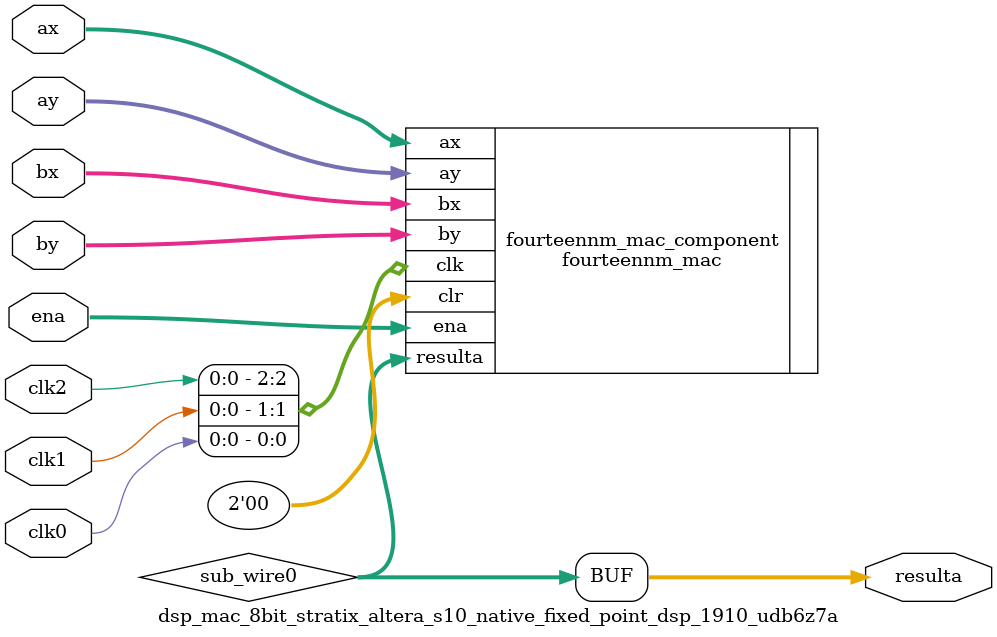
<source format=sv>
`timescale 1 ps / 1 ps
module  dsp_mac_8bit_stratix_altera_s10_native_fixed_point_dsp_1910_udb6z7a  (
            ax,
            ay,
            bx,
            by,
            ena,
            resulta,
            clk0,
            clk1,
            clk2);

            input [7:0] ax;
            input [7:0] ay;
            input [7:0] bx;
            input [7:0] by;
            input [2:0] ena;
            output [26:0] resulta;
            input  clk0;
            input  clk1;
            input  clk2;

            wire [26:0] sub_wire0;
            wire [26:0] resulta = sub_wire0[26:0];    

            fourteennm_mac        fourteennm_mac_component (
                                        .ax (ax),
                                        .ay (ay),
                                        .bx (bx),
                                        .by (by),
                                        .ena (ena),
                                        .clr (2'b00),
                                        .clk ({clk2,clk1,clk0}),
                                        .resulta (sub_wire0));
            defparam

					fourteennm_mac_component.ax_clock="0",
					fourteennm_mac_component.ay_scan_in_clock="0",
					fourteennm_mac_component.az_clock="none",
					fourteennm_mac_component.output_clock="0",
					fourteennm_mac_component.bx_clock="0",
					fourteennm_mac_component.accumulate_clock="none",
					fourteennm_mac_component.accum_pipeline_clock="none",
					fourteennm_mac_component.bz_clock="none",
					fourteennm_mac_component.by_clock="0",
					fourteennm_mac_component.coef_sel_a_clock="none",
					fourteennm_mac_component.coef_sel_b_clock="none",
					fourteennm_mac_component.sub_clock="none",
					fourteennm_mac_component.negate_clock="none",
					fourteennm_mac_component.accum_2nd_pipeline_clock="none",
					fourteennm_mac_component.load_const_clock="none",
					fourteennm_mac_component.load_const_pipeline_clock="none",
					fourteennm_mac_component.load_const_2nd_pipeline_clock="none",
					fourteennm_mac_component.input_pipeline_clock="0",
					fourteennm_mac_component.second_pipeline_clock="0",
					fourteennm_mac_component.input_systolic_clock="none",
					fourteennm_mac_component.preadder_subtract_a = "false", 
					fourteennm_mac_component.preadder_subtract_b = "false", 
					fourteennm_mac_component.delay_scan_out_ay = "false", 
					fourteennm_mac_component.delay_scan_out_by = "false", 
					fourteennm_mac_component.ay_use_scan_in = "false", 
					fourteennm_mac_component.by_use_scan_in = "false", 
					fourteennm_mac_component.operand_source_may = "input", 
					fourteennm_mac_component.operand_source_mby = "input", 
					fourteennm_mac_component.operand_source_max = "input", 
					fourteennm_mac_component.operand_source_mbx = "input", 
					fourteennm_mac_component.signed_max = "true", 
					fourteennm_mac_component.signed_may = "true", 
					fourteennm_mac_component.signed_mbx = "true", 
					fourteennm_mac_component.signed_mby = "true", 
					fourteennm_mac_component.use_chainadder = "false", 
					fourteennm_mac_component.enable_double_accum = "false", 
					fourteennm_mac_component.operation_mode = "m18x18_sumof2", 
					fourteennm_mac_component.clear_type = "none",
					fourteennm_mac_component.ax_width = 8,
					fourteennm_mac_component.bx_width = 8,
					fourteennm_mac_component.ay_scan_in_width = 8,
					fourteennm_mac_component.by_width = 8,
					fourteennm_mac_component.result_a_width = 27,
					fourteennm_mac_component.load_const_value = 0,
					fourteennm_mac_component.coef_a_0 = 0,
					fourteennm_mac_component.coef_a_1 = 0,
					fourteennm_mac_component.coef_a_2 = 0,
					fourteennm_mac_component.coef_a_3 = 0,
					fourteennm_mac_component.coef_a_4 = 0,
					fourteennm_mac_component.coef_a_5 = 0,
					fourteennm_mac_component.coef_a_6 = 0,
					fourteennm_mac_component.coef_a_7 = 0,
					fourteennm_mac_component.coef_b_0 = 0,
					fourteennm_mac_component.coef_b_1 = 0,
					fourteennm_mac_component.coef_b_2 = 0,
					fourteennm_mac_component.coef_b_3 = 0,
					fourteennm_mac_component.coef_b_4 = 0,
					fourteennm_mac_component.coef_b_5 = 0,
					fourteennm_mac_component.coef_b_6 = 0,
					fourteennm_mac_component.coef_b_7 = 0;

endmodule


</source>
